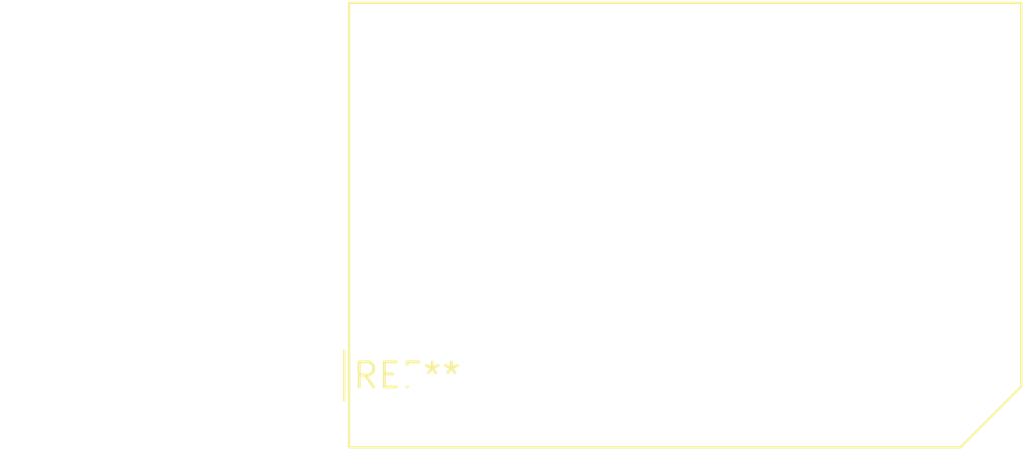
<source format=kicad_pcb>
(kicad_pcb (version 20240108) (generator pcbnew)
  (layers (0 "F.Cu" signal) (31 "B.Cu" signal) (34 "B.Paste" user) (35 "F.Paste" user) (36 "B.SilkS" user "B.Silkscreen") (37 "F.SilkS" user "F.Silkscreen") (38 "B.Mask" user) (39 "F.Mask" user) (44 "Edge.Cuts" user))
  (net 0 "")
  (footprint "Converter_ACDC_RECOM_RAC01-xxSGB_THT" (layer "F.Cu") (at 0 0)
    (property "Reference" "REF**")
    (property "Value" "Converter_ACDC_RECOM_RAC01-xxSGB_THT")
    (fp_line (start -3.175 -1.27) (end -3.175 1.27) (layer "F.SilkS") (stroke (width 0.12)))
    (fp_line (start -2.93 -18.83) (end 31.03 -18.83) (layer "F.SilkS") (stroke (width 0.12)))
    (fp_line (start -2.93 3.63) (end -2.93 -18.83) (layer "F.SilkS") (stroke (width 0.12)))
    (fp_line (start 27.95 3.63) (end -2.93 3.63) (layer "F.SilkS") (stroke (width 0.12)))
    (fp_line (start 27.95 3.63) (end 31.03 0.55) (layer "F.SilkS") (stroke (width 0.12)))
    (fp_line (start 31.03 0.55) (end 31.03 -18.83) (layer "F.SilkS") (stroke (width 0.12)))
    (pad "1" thru_hole rect (at 0 0 180) (size 2 2) (drill 1) (layers *.Cu *.Mask) (remove_unused_layers))
    (pad "2" thru_hole circle (at 0 -15.24 180) (size 2 2) (drill 1) (layers *.Cu *.Mask) (remove_unused_layers))
    (pad "3" thru_hole circle (at 28 -15.24 180) (size 2 2) (drill 1) (layers *.Cu *.Mask) (remove_unused_layers))
    (pad "4" thru_hole circle (at 28 -7.62 180) (size 2 2) (drill 1) (layers *.Cu *.Mask) (remove_unused_layers))
  )
)
</source>
